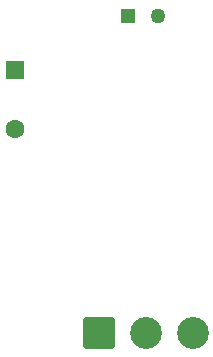
<source format=gbr>
%TF.GenerationSoftware,KiCad,Pcbnew,9.0.7*%
%TF.CreationDate,2026-01-28T16:33:08-08:00*%
%TF.ProjectId,speed-sensor-PCB,73706565-642d-4736-956e-736f722d5043,rev?*%
%TF.SameCoordinates,Original*%
%TF.FileFunction,Copper,L2,Bot*%
%TF.FilePolarity,Positive*%
%FSLAX46Y46*%
G04 Gerber Fmt 4.6, Leading zero omitted, Abs format (unit mm)*
G04 Created by KiCad (PCBNEW 9.0.7) date 2026-01-28 16:33:08*
%MOMM*%
%LPD*%
G01*
G04 APERTURE LIST*
G04 Aperture macros list*
%AMRoundRect*
0 Rectangle with rounded corners*
0 $1 Rounding radius*
0 $2 $3 $4 $5 $6 $7 $8 $9 X,Y pos of 4 corners*
0 Add a 4 corners polygon primitive as box body*
4,1,4,$2,$3,$4,$5,$6,$7,$8,$9,$2,$3,0*
0 Add four circle primitives for the rounded corners*
1,1,$1+$1,$2,$3*
1,1,$1+$1,$4,$5*
1,1,$1+$1,$6,$7*
1,1,$1+$1,$8,$9*
0 Add four rect primitives between the rounded corners*
20,1,$1+$1,$2,$3,$4,$5,0*
20,1,$1+$1,$4,$5,$6,$7,0*
20,1,$1+$1,$6,$7,$8,$9,0*
20,1,$1+$1,$8,$9,$2,$3,0*%
G04 Aperture macros list end*
%TA.AperFunction,ComponentPad*%
%ADD10C,1.600000*%
%TD*%
%TA.AperFunction,ComponentPad*%
%ADD11RoundRect,0.250000X-0.550000X0.550000X-0.550000X-0.550000X0.550000X-0.550000X0.550000X0.550000X0*%
%TD*%
%TA.AperFunction,ComponentPad*%
%ADD12RoundRect,0.250001X-1.099999X-1.099999X1.099999X-1.099999X1.099999X1.099999X-1.099999X1.099999X0*%
%TD*%
%TA.AperFunction,ComponentPad*%
%ADD13C,2.700000*%
%TD*%
%TA.AperFunction,ComponentPad*%
%ADD14R,1.270000X1.270000*%
%TD*%
%TA.AperFunction,ComponentPad*%
%ADD15C,1.270000*%
%TD*%
G04 APERTURE END LIST*
D10*
%TO.P,C2,2*%
%TO.N,GND*%
X89040000Y-102350000D03*
D11*
%TO.P,C2,1*%
%TO.N,+3.3V*%
X89040000Y-97350000D03*
%TD*%
D12*
%TO.P,J1,1,Pin_1*%
%TO.N,GND*%
X96190000Y-119580000D03*
D13*
%TO.P,J1,2,Pin_2*%
%TO.N,Net-(IC1-OUT)*%
X100150000Y-119580000D03*
%TO.P,J1,3,Pin_3*%
%TO.N,+3.3V*%
X104110000Y-119580000D03*
%TD*%
D14*
%TO.P,C1,1*%
%TO.N,+3.3V*%
X98680000Y-92780000D03*
D15*
%TO.P,C1,2*%
%TO.N,GND*%
X101220000Y-92780000D03*
%TD*%
M02*

</source>
